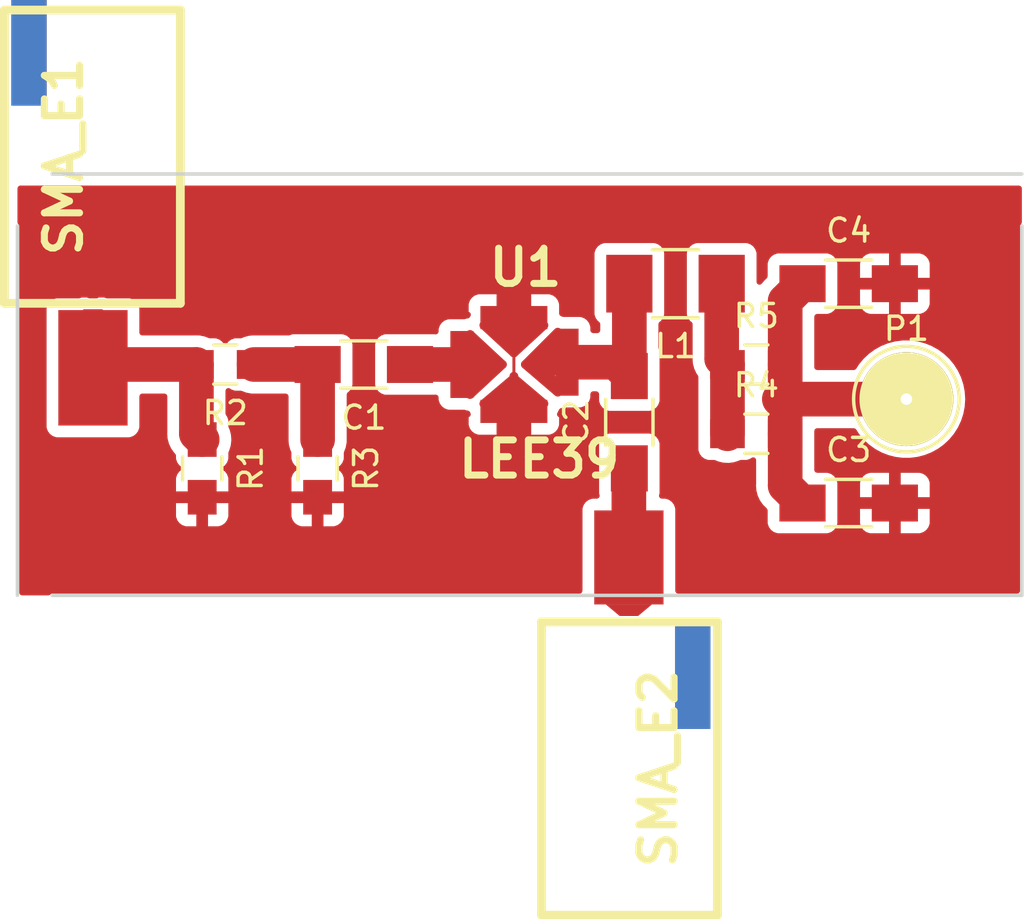
<source format=kicad_pcb>
(kicad_pcb (version 20221018) (generator pcbnew)
  (layers (0 "F.Cu" signal) (31 "B.Cu" signal) (34 "B.Paste" user) (35 "F.Paste" user) (36 "B.SilkS" user "B.Silkscreen") (37 "F.SilkS" user "F.Silkscreen") (38 "B.Mask" user) (39 "F.Mask" user) (44 "Edge.Cuts" user))
  (net 0 "")
  (net 1 "Net-(C1-Pad1)")
  (net 2 "Net-(C1-Pad2)")
  (net 3 "Net-(C2-Pad1)")
  (net 4 "Net-(C2-Pad2)")
  (net 5 "Net-(L1-Pad1)")
  (net 6 "Net-(R1-Pad1)")
  (net 7 "GND")
  (net 8 "+12V")
  (footprint "Capacitors_SMD:C_1206_HandSoldering" (layer "F.Cu") (at 149.5 97 180)
    (fp_text reference "C1" (at 0 -2.3 180) (layer "F.SilkS"))
    (fp_text value "100n")
    (fp_line (start -1 1.025) (end 1 1.025) (stroke (width 0.15)) (layer "F.SilkS"))
    (fp_line (start 1 -1.025) (end -1 -1.025) (stroke (width 0.15)) (layer "F.SilkS"))
    (pad "1" smd rect (at -2 0 180) (size 2 1.6) (layers "F.Cu" "F.Paste" "F.Mask") (net 1 "Net-(C1-Pad1)"))
    (pad "2" smd rect (at 2 0 180) (size 2 1.6) (layers "F.Cu" "F.Paste" "F.Mask") (net 2 "Net-(C1-Pad2)"))
  )
  (footprint "Capacitors_SMD:C_1206_HandSoldering" (layer "F.Cu") (at 161 99.5 90)
    (fp_text reference "C2" (at 0 -2.3 90) (layer "F.SilkS"))
    (fp_text value "100n")
    (fp_line (start -1 1.025) (end 1 1.025) (stroke (width 0.15)) (layer "F.SilkS"))
    (fp_line (start 1 -1.025) (end -1 -1.025) (stroke (width 0.15)) (layer "F.SilkS"))
    (pad "1" smd rect (at -2 0 90) (size 2 1.6) (layers "F.Cu" "F.Paste" "F.Mask") (net 3 "Net-(C2-Pad1)"))
    (pad "2" smd rect (at 2 0 90) (size 2 1.6) (layers "F.Cu" "F.Paste" "F.Mask") (net 4 "Net-(C2-Pad2)"))
  )
  (footprint "Capacitors_SMD:C_1210_HandSoldering" (layer "F.Cu") (at 163 93.5 180)
    (fp_text reference "L1" (at 0 -2.7 180) (layer "F.SilkS"))
    (fp_text value "INDUCTOR")
    (fp_line (start -1 1.475) (end 1 1.475) (stroke (width 0.15)) (layer "F.SilkS"))
    (fp_line (start 1 -1.475) (end -1 -1.475) (stroke (width 0.15)) (layer "F.SilkS"))
    (pad "1" smd rect (at -2 0 180) (size 2 2.5) (layers "F.Cu" "F.Paste" "F.Mask") (net 5 "Net-(L1-Pad1)"))
    (pad "2" smd rect (at 2 0 180) (size 2 2.5) (layers "F.Cu" "F.Paste" "F.Mask") (net 4 "Net-(C2-Pad2)"))
  )
  (footprint "Capacitors_SMD:C_0805_HandSoldering" (layer "F.Cu") (at 142.5 101.5 -90)
    (fp_text reference "R1" (at 0 -2.1 270) (layer "F.SilkS"))
    (fp_text value "294")
    (fp_line (start -0.5 0.85) (end 0.5 0.85) (stroke (width 0.15)) (layer "F.SilkS"))
    (fp_line (start 0.5 -0.85) (end -0.5 -0.85) (stroke (width 0.15)) (layer "F.SilkS"))
    (pad "1" smd rect (at -1.25 0 270) (size 1.5 1.25) (layers "F.Cu" "F.Paste" "F.Mask") (net 6 "Net-(R1-Pad1)"))
    (pad "2" smd rect (at 1.25 0 270) (size 1.5 1.25) (layers "F.Cu" "F.Paste" "F.Mask") (net 7 "GND"))
  )
  (footprint "Capacitors_SMD:C_0805_HandSoldering" (layer "F.Cu") (at 143.5 97 180)
    (fp_text reference "R2" (at 0 -2.1 180) (layer "F.SilkS"))
    (fp_text value "17,8")
    (fp_line (start -0.5 0.85) (end 0.5 0.85) (stroke (width 0.15)) (layer "F.SilkS"))
    (fp_line (start 0.5 -0.85) (end -0.5 -0.85) (stroke (width 0.15)) (layer "F.SilkS"))
    (pad "1" smd rect (at -1.25 0 180) (size 1.5 1.25) (layers "F.Cu" "F.Paste" "F.Mask") (net 2 "Net-(C1-Pad2)"))
    (pad "2" smd rect (at 1.25 0 180) (size 1.5 1.25) (layers "F.Cu" "F.Paste" "F.Mask") (net 6 "Net-(R1-Pad1)"))
  )
  (footprint "Capacitors_SMD:C_0805_HandSoldering" (layer "F.Cu") (at 147.5 101.5 -90)
    (fp_text reference "R3" (at 0 -2.1 270) (layer "F.SilkS"))
    (fp_text value "294")
    (fp_line (start -0.5 0.85) (end 0.5 0.85) (stroke (width 0.15)) (layer "F.SilkS"))
    (fp_line (start 0.5 -0.85) (end -0.5 -0.85) (stroke (width 0.15)) (layer "F.SilkS"))
    (pad "1" smd rect (at -1.25 0 270) (size 1.5 1.25) (layers "F.Cu" "F.Paste" "F.Mask") (net 2 "Net-(C1-Pad2)"))
    (pad "2" smd rect (at 1.25 0 270) (size 1.5 1.25) (layers "F.Cu" "F.Paste" "F.Mask") (net 7 "GND"))
  )
  (footprint "Capacitors_SMD:C_0805_HandSoldering" (layer "F.Cu") (at 166.5 100)
    (fp_text reference "R4" (at 0 -2.1) (layer "F.SilkS"))
    (fp_text value "150")
    (fp_line (start -0.5 0.85) (end 0.5 0.85) (stroke (width 0.15)) (layer "F.SilkS"))
    (fp_line (start 0.5 -0.85) (end -0.5 -0.85) (stroke (width 0.15)) (layer "F.SilkS"))
    (pad "1" smd rect (at -1.25 0) (size 1.5 1.25) (layers "F.Cu" "F.Paste" "F.Mask") (net 5 "Net-(L1-Pad1)"))
    (pad "2" smd rect (at 1.25 0) (size 1.5 1.25) (layers "F.Cu" "F.Paste" "F.Mask") (net 8 "+12V"))
  )
  (footprint "Capacitors_SMD:C_0805_HandSoldering" (layer "F.Cu") (at 166.5 97)
    (fp_text reference "R5" (at 0 -2.1) (layer "F.SilkS"))
    (fp_text value "150")
    (fp_line (start -0.5 0.85) (end 0.5 0.85) (stroke (width 0.15)) (layer "F.SilkS"))
    (fp_line (start 0.5 -0.85) (end -0.5 -0.85) (stroke (width 0.15)) (layer "F.SilkS"))
    (pad "1" smd rect (at -1.25 0) (size 1.5 1.25) (layers "F.Cu" "F.Paste" "F.Mask") (net 5 "Net-(L1-Pad1)"))
    (pad "2" smd rect (at 1.25 0) (size 1.5 1.25) (layers "F.Cu" "F.Paste" "F.Mask") (net 8 "+12V"))
  )
  (footprint "MMIC Amp:SMA_EDGE" (layer "F.Cu") (at 136.5 88 90)
    (fp_text reference "SMA_E1" (at 0 0 90) (layer "F.SilkS") (effects (font (size 1.524 1.524) (thickness 0.3048))))
    (fp_text value "SMA_EDGE" hide)
    (fp_line (start -6.35 -2.5654) (end -6.35 5.0546) (stroke (width 0.381)) (layer "F.SilkS"))
    (fp_line (start -6.35 5.0546) (end 6.35 5.0546) (stroke (width 0.381)) (layer "F.SilkS"))
    (fp_line (start 6.35 -2.5654) (end -6.35 -2.5654) (stroke (width 0.381)) (layer "F.SilkS"))
    (fp_line (start 6.35 5.0546) (end 6.35 -2.5654) (stroke (width 0.381)) (layer "F.SilkS"))
    (pad "1" connect trapezoid (at -6.858 1.27 90) (size 0.50038 1.39954) (rect_delta 0.59944 0) (layers "F.Cu" "F.Mask") (net 7 "GND"))
    (pad "1" connect rect (at 4.5 -1.5 90) (size 4.572 1.524) (layers "*.Cu" "F.Mask") (net 7 "GND"))
    (pad "2" connect rect (at 4.5 -1.5 90) (size 4.572 1.524) (layers "*.Cu" "F.Mask") (net 7 "GND"))
    (pad "3" connect rect (at -9.144 1.27 90) (size 5 3) (layers "F.Cu" "F.Mask") (net 6 "Net-(R1-Pad1)"))
  )
  (footprint "MMIC Amp:SMA_EDGE" (layer "F.Cu") (at 162.25 114.5 -90)
    (fp_text reference "SMA_E2" (at 0 0 270) (layer "F.SilkS") (effects (font (size 1.524 1.524) (thickness 0.3048))))
    (fp_text value "SMA_EDGE" hide)
    (fp_line (start -6.35 -2.5654) (end -6.35 5.0546) (stroke (width 0.381)) (layer "F.SilkS"))
    (fp_line (start -6.35 5.0546) (end 6.35 5.0546) (stroke (width 0.381)) (layer "F.SilkS"))
    (fp_line (start 6.35 -2.5654) (end -6.35 -2.5654) (stroke (width 0.381)) (layer "F.SilkS"))
    (fp_line (start 6.35 5.0546) (end 6.35 -2.5654) (stroke (width 0.381)) (layer "F.SilkS"))
    (pad "1" connect trapezoid (at -6.858 1.27 270) (size 0.50038 1.39954) (rect_delta 0.59944 0) (layers "F.Cu" "F.Mask") (net 7 "GND"))
    (pad "1" connect rect (at -4 -1.5 270) (size 4.572 1.524) (layers "*.Cu" "F.Mask") (net 7 "GND"))
    (pad "2" connect rect (at -4 -1.5 270) (size 4.572 1.524) (layers "*.Cu" "F.Mask") (net 7 "GND"))
    (pad "3" connect rect (at -9.144 1.27 270) (size 4.07162 3) (layers "F.Cu" "F.Mask") (net 3 "Net-(C2-Pad1)"))
  )
  (footprint "MMIC Amp:MMIC" (layer "F.Cu") (at 156 97)
    (fp_text reference "U1" (at 0.50038 -4.20116) (layer "F.SilkS") (effects (font (size 1.524 1.524) (thickness 0.3048))))
    (fp_text value "LEE39" (at 1.09982 4.09956) (layer "F.SilkS") (effects (font (size 1.524 1.524) (thickness 0.3048))))
    (fp_line (start -2.032 1.016) (end -2.032 -1.016) (stroke (width 0.381)) (layer "F.Cu"))
    (fp_line (start -1.6002 -1.00076) (end -1.6002 0.89916) (stroke (width 0.381)) (layer "F.Cu"))
    (fp_line (start -1.19888 -0.50038) (end -1.19888 0.50038) (stroke (width 0.508)) (layer "F.Cu"))
    (fp_line (start -1.016 -1.524) (end 1.016 -1.524) (stroke (width 0.381)) (layer "F.Cu"))
    (fp_line (start -0.89916 -1.6002) (end 0 -0.70104) (stroke (width 0.127)) (layer "F.Cu"))
    (fp_line (start -0.89916 1.50114) (end 0.8001 1.50114) (stroke (width 0.381)) (layer "F.Cu"))
    (fp_line (start -0.50038 0) (end -2.10058 0) (stroke (width 0.381)) (layer "F.Cu"))
    (fp_line (start -0.50038 0) (end -1.89992 -1.30048) (stroke (width 0.381)) (layer "F.Cu"))
    (fp_line (start -0.50038 0) (end -1.89992 1.30048) (stroke (width 0.381)) (layer "F.Cu"))
    (fp_line (start 0 -1.016) (end -1.016 -2.032) (stroke (width 0.381)) (layer "F.Cu"))
    (fp_line (start 0 -1.016) (end 1.016 -2.032) (stroke (width 0.381)) (layer "F.Cu"))
    (fp_line (start 0 -0.70104) (end 0.70104 -1.39954) (stroke (width 0.127)) (layer "F.Cu"))
    (fp_line (start 0 -0.508) (end 0 -2.032) (stroke (width 0.381)) (layer "F.Cu"))
    (fp_line (start 0 -0.50038) (end -1.30048 -1.69926) (stroke (width 0.381)) (layer "F.Cu"))
    (fp_line (start 0 -0.50038) (end 0 0.50038) (stroke (width 0.127)) (layer "F.Cu"))
    (fp_line (start 0 -0.50038) (end 1.30048 -1.69926) (stroke (width 0.381)) (layer "F.Cu"))
    (fp_line (start 0 0.508) (end 0 2.032) (stroke (width 0.381)) (layer "F.Cu"))
    (fp_line (start 0 0.59944) (end -1.30048 1.69926) (stroke (width 0.381)) (layer "F.Cu"))
    (fp_line (start 0 0.59944) (end 1.30048 1.69926) (stroke (width 0.381)) (layer "F.Cu"))
    (fp_line (start 0 1.016) (end -1.016 2.032) (stroke (width 0.381)) (layer "F.Cu"))
    (fp_line (start 0 1.016) (end 1.016 2.032) (stroke (width 0.381)) (layer "F.Cu"))
    (fp_line (start 0.50038 0) (end 1.89992 -1.39954) (stroke (width 0.381)) (layer "F.Cu"))
    (fp_line (start 0.50038 0) (end 1.89992 1.19888) (stroke (width 0.381)) (layer "F.Cu"))
    (fp_line (start 1.016 0) (end 0.508 0) (stroke (width 0.381)) (layer "F.Cu"))
    (fp_line (start 1.016 0) (end 2.032 -1.016) (stroke (width 0.381)) (layer "F.Cu"))
    (fp_line (start 1.016 0) (end 2.032 0) (stroke (width 0.381)) (layer "F.Cu"))
    (fp_line (start 1.016 0) (end 2.032 1.016) (stroke (width 0.381)) (layer "F.Cu"))
    (fp_line (start 1.6002 0.59944) (end 1.6002 -0.59944) (stroke (width 0.381)) (layer "F.Cu"))
    (pad "1" smd rect (at -2.25044 0) (size 1.00076 2.90068) (layers "F.Cu" "F.Paste" "F.Mask") (net 1 "Net-(C1-Pad1)"))
    (pad "2" smd rect (at 0 2.032) (size 2.90068 1.00076) (layers "F.Cu" "F.Paste" "F.Mask") (net 7 "GND"))
    (pad "3" smd rect (at 2.30124 -0.09906) (size 1.00076 2.90068) (layers "F.Cu" "F.Paste" "F.Mask") (net 4 "Net-(C2-Pad2)"))
    (pad "4" smd rect (at 0 -2.032) (size 2.90068 1.00076) (layers "F.Cu" "F.Paste" "F.Mask") (net 7 "GND"))
  )
  (footprint "Capacitors_SMD:C_1206_HandSoldering" (layer "F.Cu") (at 170.5 103)
    (fp_text reference "C3" (at 0 -2.3) (layer "F.SilkS"))
    (fp_text value "100n")
    (fp_line (start -1 1.025) (end 1 1.025) (stroke (width 0.15)) (layer "F.SilkS"))
    (fp_line (start 1 -1.025) (end -1 -1.025) (stroke (width 0.15)) (layer "F.SilkS"))
    (pad "1" smd rect (at -2 0) (size 2 1.6) (layers "F.Cu" "F.Paste" "F.Mask") (net 8 "+12V"))
    (pad "2" smd rect (at 2 0) (size 2 1.6) (layers "F.Cu" "F.Paste" "F.Mask") (net 7 "GND"))
  )
  (footprint "Capacitors_SMD:C_1206_HandSoldering" (layer "F.Cu") (at 170.5 93.5)
    (fp_text reference "C4" (at 0 -2.3) (layer "F.SilkS"))
    (fp_text value "1n")
    (fp_line (start -1 1.025) (end 1 1.025) (stroke (width 0.15)) (layer "F.SilkS"))
    (fp_line (start 1 -1.025) (end -1 -1.025) (stroke (width 0.15)) (layer "F.SilkS"))
    (pad "1" smd rect (at -2 0) (size 2 1.6) (layers "F.Cu" "F.Paste" "F.Mask") (net 8 "+12V"))
    (pad "2" smd rect (at 2 0) (size 2 1.6) (layers "F.Cu" "F.Paste" "F.Mask") (net 7 "GND"))
  )
  (footprint "Connect:1pin" (layer "F.Cu") (at 173 98.5)
    (fp_text reference "P1" (at 0 -3.048) (layer "F.SilkS"))
    (fp_text value "CONN_01X01")
    (fp_circle (center 0 0) (end 0 -2.286) (stroke (width 0.15)) (fill none) (layer "F.SilkS"))
    (pad "1" thru_hole circle (at 0 0) (size 4.064 4.064) (drill 0.5) (layers "*.Cu" "*.Mask" "F.SilkS") (net 8 "+12V"))
  )
  (gr_line (start 134.5 107) (end 134.5 91) (stroke (width 0.15)) (layer "Edge.Cuts"))
  (gr_line (start 178 107) (end 136 107) (stroke (width 0.15)) (layer "Edge.Cuts"))
  (gr_line (start 178 91) (end 178 107) (stroke (width 0.15)) (layer "Edge.Cuts"))
  (gr_line (start 136 88.75) (end 178 88.75) (stroke (width 0.15)) (layer "Edge.Cuts"))
  (segment (start 151.5 97) (end 153.74956 97) (width 1.5) (layer "F.Cu") (net 1))
  (segment (start 147.5 97) (end 144.75 97) (width 1.5) (layer "F.Cu") (net 2))
  (segment (start 147.5 97) (end 147.5 100.25) (width 1.5) (layer "F.Cu") (net 2))
  (segment (start 161 105.586) (end 160.73 105.856) (width 1.5) (layer "F.Cu") (net 3))
  (segment (start 160.98 101.52) (end 161 101.5) (width 1.5) (layer "F.Cu") (net 3))
  (segment (start 160.98 105.356) (end 160.98 101.52) (width 1.5) (layer "F.Cu") (net 3))
  (segment (start 160.40094 96.90094) (end 161 97.5) (width 1.5) (layer "F.Cu") (net 4))
  (segment (start 161 97.5) (end 161 93.5) (width 1.5) (layer "F.Cu") (net 4))
  (segment (start 158.30124 96.90094) (end 160.40094 96.90094) (width 1.5) (layer "F.Cu") (net 4))
  (segment (start 165 96.75) (end 165.25 97) (width 1.5) (layer "F.Cu") (net 5))
  (segment (start 165 93.5) (end 165 96.75) (width 1.5) (layer "F.Cu") (net 5))
  (segment (start 165.25 97) (end 165.25 100) (width 1.5) (layer "F.Cu") (net 5))
  (segment (start 142.25 100) (end 142.5 100.25) (width 1.5) (layer "F.Cu") (net 6))
  (segment (start 137.914 97) (end 137.77 97.144) (width 1.5) (layer "F.Cu") (net 6))
  (segment (start 137.914 97) (end 137.77 97.144) (width 1.5) (layer "F.Cu") (net 6))
  (segment (start 142.25 97) (end 142.25 100) (width 1.5) (layer "F.Cu") (net 6))
  (segment (start 142.25 97) (end 137.914 97) (width 1.5) (layer "F.Cu") (net 6))
  (segment (start 156 92.75) (end 154.75 91.5) (width 1.5) (layer "F.Cu") (net 7))
  (segment (start 156 102.25) (end 154.75 103.5) (width 1.5) (layer "F.Cu") (net 7))
  (segment (start 156 99.032) (end 156 102.25) (width 1.5) (layer "F.Cu") (net 7))
  (segment (start 156 94.968) (end 156 92.75) (width 1.5) (layer "F.Cu") (net 7))
  (segment (start 167.75 94.25) (end 168.5 93.5) (width 1.5) (layer "F.Cu") (net 8))
  (segment (start 167.75 102.25) (end 168.5 103) (width 1.5) (layer "F.Cu") (net 8))
  (segment (start 167.75 98.5) (end 167.5 98.5) (width 1.5) (layer "F.Cu") (net 8))
  (segment (start 167.5 98.5) (end 167.75 98.5) (width 1.5) (layer "F.Cu") (net 8))
  (segment (start 167.75 98.5) (end 167.75 97) (width 1.5) (layer "F.Cu") (net 8))
  (segment (start 167.75 100) (end 167.75 102.25) (width 1.5) (layer "F.Cu") (net 8))
  (segment (start 173 98.5) (end 167.75 98.5) (width 1.5) (layer "F.Cu") (net 8))
  (segment (start 167.75 97) (end 167.75 94.25) (width 1.5) (layer "F.Cu") (net 8))
  (segment (start 167.75 100) (end 167.75 98.5) (width 1.5) (layer "F.Cu") (net 8))
  (zone (net 7) (net_name "GND") (layer "F.Cu") (connect_pads (clearance 0.508)) (min_thickness 0.254) (fill yes (thermal_gap 0.508) (thermal_bridge_width 0.508))
    (polygon (pts (xy 178 107) (xy 134.5 107) (xy 134.5 89.25) (xy 178 89.25)))
  )
)
</source>
